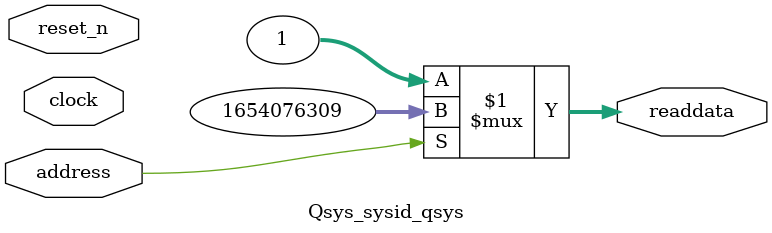
<source format=v>



// synthesis translate_off
`timescale 1ns / 1ps
// synthesis translate_on

// turn off superfluous verilog processor warnings 
// altera message_level Level1 
// altera message_off 10034 10035 10036 10037 10230 10240 10030 

module Qsys_sysid_qsys (
               // inputs:
                address,
                clock,
                reset_n,

               // outputs:
                readdata
             )
;

  output  [ 31: 0] readdata;
  input            address;
  input            clock;
  input            reset_n;

  wire    [ 31: 0] readdata;
  //control_slave, which is an e_avalon_slave
  assign readdata = address ? 1654076309 : 1;

endmodule



</source>
